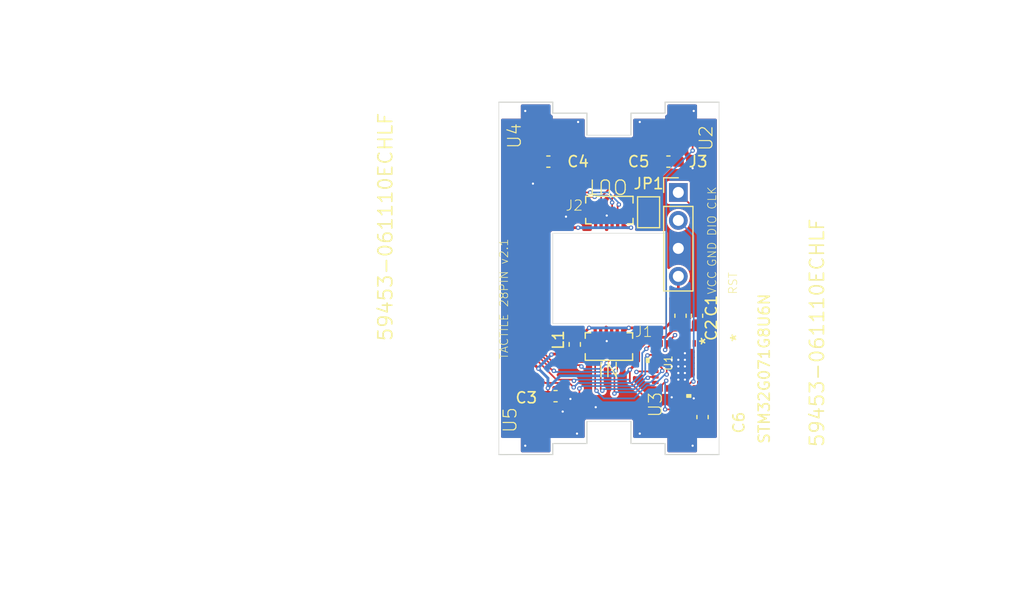
<source format=kicad_pcb>
(kicad_pcb (version 20211014) (generator pcbnew)
  (layers (0 "F.Cu" signal) (31 "B.Cu" signal) (34 "B.Paste" user) (35 "F.Paste" user) (36 "B.SilkS" user "B.Silkscreen") (37 "F.SilkS" user "F.Silkscreen") (38 "B.Mask" user) (39 "F.Mask" user) (44 "Edge.Cuts" user))
  (net 0 "")
  (net 1 "VCC")
  (net 2 "GND")
  (net 3 "/SPI_CS")
  (net 4 "/SPI_SCK")
  (net 5 "/SPI_MISO")
  (net 6 "/SPI_MOSI")
  (net 7 "/SWCLK")
  (net 8 "/SWDIO")
  (net 9 "/RST")
  (net 10 "/OUT1")
  (net 11 "/OUT2")
  (net 12 "/OUT3")
  (net 13 "/OUT4")
  (net 14 "/3V3")
  (net 18 "/PASS_TRU")
  (footprint "footprints:C_0603_1608Metric_Pad1.08x0.95mm_HandSolder" (layer "F.Cu") (at 143 94.4)
    (fp_text reference "C4" (at 2.7 0) (layer "F.SilkS"))
    (fp_text value "100nF")
    (fp_line (start -0.146267 0.51) (end 0.146267 0.51) (layer "F.SilkS") (width 0.12))
    (fp_line (start -0.146267 -0.51) (end 0.146267 -0.51) (layer "F.SilkS") (width 0.12))
    (pad "1" smd roundrect locked (at -0.8625 0) (size 1.075 0.95) (layers "F.Cu" "F.Paste" "F.Mask") (net 1 "VCC"))
    (pad "2" smd roundrect locked (at 0.8625 0) (size 1.075 0.95) (layers "F.Cu" "F.Paste" "F.Mask") (net 2 "GND"))
  )
  (footprint "TACTILE_28UFQFPN_SPI_v2.0:59453-061110ECHLF" (layer "F.Cu") (at 147.2895 100.05675 90)
    (fp_text reference "J2" (at 1.1258 -2.7895 180) (layer "F.SilkS") (effects (font (size 0.93472 0.93472) (thickness 0.08128)) (justify left bottom)))
    (fp_text value "59453-061110ECHLF" (at -0.2742 -19.0895 90) (layer "F.SilkS") (effects (font (size 1.27 1.27))))
    (fp_line (start 2.5 3.4) (end 2.5 -0.9) (layer "F.SilkS") (width 0.127))
    (fp_line (start 0 3.4) (end 0 2.9) (layer "F.SilkS") (width 0.127))
    (fp_line (start 0.5 3.4) (end 0 3.4) (layer "F.SilkS") (width 0.127))
    (fp_line (start 0 -0.9) (end 0 -0.4) (layer "F.SilkS") (width 0.127))
    (fp_line (start 0.5 -0.9) (end 0 -0.9) (layer "F.SilkS") (width 0.127))
    (fp_line (start 1.9 3.4) (end 2.5 3.4) (layer "F.SilkS") (width 0.127))
    (fp_line (start 2.5 -0.9) (end 1.9 -0.9) (layer "F.SilkS") (width 0.127))
    (pad "P$0" smd rect locked (at 1.2 -0.7 90) (size 1 0.52) (layers "F.Cu" "F.Paste" "F.Mask"))
    (pad "P$1" smd rect locked (at 0 0 90) (size 0.9 0.3) (layers "F.Cu" "F.Paste" "F.Mask") (net 3 "/SPI_CS"))
    (pad "P$2" smd rect locked (at 0 0.5 90) (size 0.9 0.3) (layers "F.Cu" "F.Paste" "F.Mask") (net 5 "/SPI_MISO"))
    (pad "P$3" smd rect locked (at 0 1 90) (size 0.9 0.3) (layers "F.Cu" "F.Paste" "F.Mask") (net 2 "GND"))
    (pad "P$4" smd rect locked (at 0 1.5 90) (size 0.9 0.3) (layers "F.Cu" "F.Paste" "F.Mask") (net 18 "/PASS_TRU"))
    (pad "P$5" smd rect locked (at 0 2 90) (size 0.9 0.3) (layers "F.Cu" "F.Paste" "F.Mask") (net 4 "/SPI_SCK"))
    (pad "P$6" smd rect locked (at 0 2.5 90) (size 0.9 0.3) (layers "F.Cu" "F.Paste" "F.Mask") (net 14 "/3V3"))
    (pad "P$8" smd rect locked (at 1.2 3.2 90) (size 1 0.52) (layers "F.Cu" "F.Paste" "F.Mask"))
  )
  (footprint "TACTILE_28UFQFPN_SPI_v2.0:59453-061110ECHLF" (layer "F.Cu") (at 149.75 109.94325 -90)
    (fp_text reference "J1" (at 0.45675 -1.05) (layer "F.SilkS") (effects (font (size 0.93472 0.93472) (thickness 0.08128)) (justify left bottom)))
    (fp_text value "59453-061110ECHLF" (at 0 -17.6467 -90) (layer "F.SilkS") (effects (font (size 1.27 1.27))))
    (fp_line (start 0 -0.9) (end 0 -0.4) (layer "F.SilkS") (width 0.127))
    (fp_line (start 0.5 3.4) (end 0 3.4) (layer "F.SilkS") (width 0.127))
    (fp_line (start 0 3.4) (end 0 2.9) (layer "F.SilkS") (width 0.127))
    (fp_line (start 1.9 3.4) (end 2.5 3.4) (layer "F.SilkS") (width 0.127))
    (fp_line (start 2.5 3.4) (end 2.5 -0.9) (layer "F.SilkS") (width 0.127))
    (fp_line (start 0.5 -0.9) (end 0 -0.9) (layer "F.SilkS") (width 0.127))
    (fp_line (start 2.5 -0.9) (end 1.9 -0.9) (layer "F.SilkS") (width 0.127))
    (pad "P$0" smd rect locked (at 1.2 -0.7 270) (size 1 0.52) (layers "F.Cu" "F.Paste" "F.Mask"))
    (pad "P$1" smd rect locked (at 0 0 270) (size 0.9 0.3) (layers "F.Cu" "F.Paste" "F.Mask") (net 14 "/3V3"))
    (pad "P$2" smd rect locked (at 0 0.5 270) (size 0.9 0.3) (layers "F.Cu" "F.Paste" "F.Mask") (net 4 "/SPI_SCK"))
    (pad "P$3" smd rect locked (at 0 1 270) (size 0.9 0.3) (layers "F.Cu" "F.Paste" "F.Mask") (net 18 "/PASS_TRU"))
    (pad "P$4" smd rect locked (at 0 1.5 270) (size 0.9 0.3) (layers "F.Cu" "F.Paste" "F.Mask") (net 2 "GND"))
    (pad "P$5" smd rect locked (at 0 2 270) (size 0.9 0.3) (layers "F.Cu" "F.Paste" "F.Mask") (net 6 "/SPI_MOSI"))
    (pad "P$6" smd rect locked (at 0 2.5 270) (size 0.9 0.3) (layers "F.Cu" "F.Paste" "F.Mask") (net 3 "/SPI_CS"))
    (pad "P$8" smd rect locked (at 1.2 3.2 270) (size 1 0.52) (layers "F.Cu" "F.Paste" "F.Mask"))
  )
  (footprint "footprints:C_0603_1608Metric_Pad1.08x0.95mm_HandSolder" (layer "F.Cu") (at 155 108.4 90)
    (fp_text reference "C1" (at 0.9 2.8 270) (layer "F.SilkS"))
    (fp_text value "100nF")
    (fp_line (start -0.146267 -0.51) (end 0.146267 -0.51) (layer "F.SilkS") (width 0.12))
    (fp_line (start -0.146267 0.51) (end 0.146267 0.51) (layer "F.SilkS") (width 0.12))
    (pad "1" smd roundrect locked (at -0.8625 0 90) (size 1.075 0.95) (layers "F.Cu" "F.Paste" "F.Mask") (net 1 "VCC"))
    (pad "2" smd roundrect locked (at 0.8625 0 90) (size 1.075 0.95) (layers "F.Cu" "F.Paste" "F.Mask") (net 2 "GND"))
  )
  (footprint "footprints:C_0603_1608Metric_Pad1.08x0.95mm_HandSolder" (layer "F.Cu") (at 143.6511 115.7)
    (fp_text reference "C3" (at -2.6511 0.1464) (layer "F.SilkS"))
    (fp_text value "100nF")
    (fp_line (start -0.146267 -0.51) (end 0.146267 -0.51) (layer "F.SilkS") (width 0.12))
    (fp_line (start -0.146267 0.51) (end 0.146267 0.51) (layer "F.SilkS") (width 0.12))
    (pad "1" smd roundrect locked (at -0.8625 0) (size 1.075 0.95) (layers "F.Cu" "F.Paste" "F.Mask") (net 1 "VCC"))
    (pad "2" smd roundrect locked (at 0.8625 0) (size 1.075 0.95) (layers "F.Cu" "F.Paste" "F.Mask") (net 2 "GND"))
  )
  (footprint "footprints:C_0603_1608Metric_Pad1.08x0.95mm_HandSolder" (layer "F.Cu") (at 153.9011 94.4 180)
    (fp_text reference "C5" (at 2.7011 0 180) (layer "F.SilkS"))
    (fp_text value "100nF")
    (fp_line (start -0.146267 -0.51) (end 0.146267 -0.51) (layer "F.SilkS") (width 0.12))
    (fp_line (start -0.146267 0.51) (end 0.146267 0.51) (layer "F.SilkS") (width 0.12))
    (pad "1" smd roundrect locked (at -0.8625 0 180) (size 1.075 0.95) (layers "F.Cu" "F.Paste" "F.Mask") (net 1 "VCC"))
    (pad "2" smd roundrect locked (at 0.8625 0 180) (size 1.075 0.95) (layers "F.Cu" "F.Paste" "F.Mask") (net 2 "GND"))
  )
  (footprint "Inductor_SMD:L_0603_1608Metric_Pad1.05x0.95mm_HandSolder" (layer "F.Cu") (at 145.4 111 90)
    (fp_text reference "L1" (at 0.4 -1.5 90) (layer "F.SilkS"))
    (fp_text value "33nH/±5%/500mA")
    (fp_line (start -0.171267 -0.51) (end 0.171267 -0.51) (layer "F.SilkS") (width 0.12))
    (fp_line (start -0.171267 0.51) (end 0.171267 0.51) (layer "F.SilkS") (width 0.12))
    (pad "1" smd roundrect locked (at -0.875 0 90) (size 1.05 0.95) (layers "F.Cu" "F.Paste" "F.Mask") (net 1 "VCC"))
    (pad "2" smd roundrect locked (at 0.875 0 90) (size 1.05 0.95) (layers "F.Cu" "F.Paste" "F.Mask") (net 14 "/3V3"))
  )
  (footprint "footprints:SolderJumper-2_P1.3mm_Open_Pad1.0x1.5mm" (layer "F.Cu") (at 152.1 99 -90)
    (fp_text reference "JP1" (at -2.6 0) (layer "F.SilkS"))
    (fp_text value "SolderJumper_2_Close")
    (fp_line (start 1.4 1) (end -1.4 1) (layer "F.SilkS") (width 0.12))
    (fp_line (start 1.4 -1) (end 1.4 1) (layer "F.SilkS") (width 0.12))
    (fp_line (start -1.4 -1) (end 1.4 -1) (layer "F.SilkS") (width 0.12))
    (fp_line (start -1.4 1) (end -1.4 -1) (layer "F.SilkS") (width 0.12))
    (pad "1" smd rect locked (at -0.65 0 270) (size 1 1.5) (layers "F.Cu" "F.Mask") (net 18 "/PASS_TRU"))
    (pad "2" smd rect locked (at 0.65 0 270) (size 1 1.5) (layers "F.Cu" "F.Mask") (net 5 "/SPI_MISO"))
  )
  (footprint "footprints:PinHeader_1x04_P2.54mm_Vertical" (layer "F.Cu") (at 154.8 97.2)
    (fp_text reference "J3" (at 1.8 -2.8) (layer "F.SilkS"))
    (fp_text value "n.m.")
    (fp_line (start -1.33 8.95) (end 1.33 8.95) (layer "F.SilkS") (width 0.12))
    (fp_line (start -1.33 0) (end -1.33 -1.33) (layer "F.SilkS") (width 0.12))
    (fp_line (start -1.33 -1.33) (end 0 -1.33) (layer "F.SilkS") (width 0.12))
    (fp_line (start -1.33 1.27) (end -1.33 8.95) (layer "F.SilkS") (width 0.12))
    (fp_line (start 1.33 1.27) (end 1.33 8.95) (layer "F.SilkS") (width 0.12))
    (fp_line (start -1.33 1.27) (end 1.33 1.27) (layer "F.SilkS") (width 0.12))
    (pad "1" thru_hole rect locked (at 0 0) (size 1.7 1.7) (drill 1) (layers *.Cu *.Mask) (net 7 "/SWCLK"))
    (pad "2" thru_hole oval locked (at 0 2.54) (size 1.7 1.7) (drill 1) (layers *.Cu *.Mask) (net 8 "/SWDIO"))
    (pad "3" thru_hole oval locked (at 0 5.08) (size 1.7 1.7) (drill 1) (layers *.Cu *.Mask) (net 2 "GND"))
    (pad "4" thru_hole oval locked (at 0 7.62) (size 1.7 1.7) (drill 1) (layers *.Cu *.Mask) (net 14 "/3V3"))
  )
  (footprint "TACTILE_28UFQFPN_SPI_v2.0:SOT23-BEC" (layer "F.Cu") (at 154.0011 91.6036 90)
    (fp_text reference "U2" (at -1.8964 3.9989 90) (layer "F.SilkS") (effects (font (size 1.1684 1.1684) (thickness 0.1016)) (justify left bottom)))
    (fp_text value "DRV5056A4")
    (pad "B" smd rect locked (at -0.95 1.1 90) (size 1 1.4) (layers "F.Cu" "F.Paste" "F.Mask") (net 1 "VCC"))
    (pad "C" smd rect locked (at 0 -1.1 90) (size 1 1.4) (layers "F.Cu" "F.Paste" "F.Mask") (net 2 "GND"))
    (pad "E" smd rect locked (at 0.95 1.1 90) (size 1 1.4) (layers "F.Cu" "F.Paste" "F.Mask") (net 10 "/OUT1"))
  )
  (footprint "footprints:C_0603_1608Metric_Pad1.08x0.95mm_HandSolder" (layer "F.Cu") (at 157 117.6 90)
    (fp_text reference "C6" (at -0.5 3.3 90) (layer "F.SilkS"))
    (fp_text value "100nF")
    (fp_line (start -0.146267 0.51) (end 0.146267 0.51) (layer "F.SilkS") (width 0.12))
    (fp_line (start -0.146267 -0.51) (end 0.146267 -0.51) (layer "F.SilkS") (width 0.12))
    (pad "1" smd roundrect locked (at -0.8625 0 90) (size 1.075 0.95) (layers "F.Cu" "F.Paste" "F.Mask") (net 1 "VCC"))
    (pad "2" smd roundrect locked (at 0.8625 0 90) (size 1.075 0.95) (layers "F.Cu" "F.Paste" "F.Mask") (net 2 "GND"))
  )
  (footprint "TACTILE_28UFQFPN_SPI_v2.0:SOT23-BEC" (layer "F.Cu") (at 143.0011 91.6036 -90)
    (fp_text reference "U4" (at 1.6964 2.4011 -90) (layer "F.SilkS") (effects (font (size 1.1684 1.1684) (thickness 0.1016)) (justify left bottom)))
    (fp_text value "DRV5056A4")
    (pad "B" smd rect locked (at -0.95 1.1 270) (size 1 1.4) (layers "F.Cu" "F.Paste" "F.Mask") (net 1 "VCC"))
    (pad "C" smd rect locked (at 0 -1.1 270) (size 1 1.4) (layers "F.Cu" "F.Paste" "F.Mask") (net 2 "GND"))
    (pad "E" smd rect locked (at 0.95 1.1 270) (size 1 1.4) (layers "F.Cu" "F.Paste" "F.Mask") (net 11 "/OUT2"))
  )
  (footprint "STM32G071G8U6N:STM32G071G8U6N" (layer "F.Cu") (at 154.7511 112.9536 -90)
    (fp_text reference "U1" (at -0.2536 0.8511 -90) (layer "F.SilkS") (effects (font (size 0.7 0.7) (thickness 0.1))))
    (fp_text value "STM32G071G8U6N" (at 0.2464 -7.8489 -90) (layer "F.SilkS"))
    (fp_text user "*" (at -2.2536 -2.5489 -90) (layer "F.SilkS"))
    (fp_text user "*" (at -2.5536 -5.3489 -90) (layer "F.SilkS"))
    (fp_poly (pts (xy 2.852674 -1.19126) (xy 2.852674 -0.81026) (xy 2.598674 -0.81026) (xy 2.598674 -1.19126)) (layer "F.SilkS") (width 0.1) (fill solid))
    (fp_poly (pts (xy -0.69088 2.598674) (xy -0.69088 2.852674) (xy -0.30988 2.852674) (xy -0.30988 2.598674)) (layer "F.SilkS") (width 0.1) (fill solid))
    (pad "1" smd rect locked (at -2.0447 -1.50114) (size 0.299974 0.599948) (layers "F.Cu" "F.Paste" "F.Mask"))
    (pad "2" smd rect locked (at -2.0447 -1.00076) (size 0.299974 0.599948) (layers "F.Cu" "F.Paste" "F.Mask"))
    (pad "3" smd rect locked (at -2.0447 -0.50038) (size 0.299974 0.599948) (layers "F.Cu" "F.Paste" "F.Mask") (net 1 "VCC"))
    (pad "4" smd rect locked (at -2.0447 0) (size 0.299974 0.599948) (layers "F.Cu" "F.Paste" "F.Mask") (net 2 "GND"))
    (pad "5" smd rect locked (at -2.0447 0.50038) (size 0.299974 0.599948) (layers "F.Cu" "F.Paste" "F.Mask") (net 9 "/RST"))
    (pad "6" smd rect locked (at -2.0447 1.00076) (size 0.299974 0.599948) (layers "F.Cu" "F.Paste" "F.Mask") (net 10 "/OUT1"))
    (pad "7" smd rect locked (at -2.0447 1.50114) (size 0.299974 0.599948) (layers "F.Cu" "F.Paste" "F.Mask") (net 11 "/OUT2"))
    (pad "8" smd rect locked (at -1.50114 2.0447 270) (size 0.299974 0.599948) (layers "F.Cu" "F.Paste" "F.Mask"))
    (pad "9" smd rect locked (at -1.00076 2.0447 270) (size 0.299974 0.599948) (layers "F.Cu" "F.Paste" "F.Mask") (net 12 "/OUT3"))
    (pad "10" smd rect locked (at -0.50038 2.0447 270) (size 0.299974 0.599948) (layers "F.Cu" "F.Paste" "F.Mask") (net 3 "/SPI_CS"))
    (pad "11" smd rect locked (at 0 2.0447 270) (size 0.299974 0.599948) (layers "F.Cu" "F.Paste" "F.Mask") (net 4 "/SPI_SCK"))
    (pad "12" smd rect locked (at 0.50038 2.0447 270) (size 0.299974 0.599948) (layers "F.Cu" "F.Paste" "F.Mask") (net 5 "/SPI_MISO"))
    (pad "13" smd rect locked (at 1.00076 2.0447 270) (size 0.299974 0.599948) (layers "F.Cu" "F.Paste" "F.Mask") (net 6 "/SPI_MOSI"))
    (pad "14" smd rect locked (at 1.50114 2.0447 270) (size 0.299974 0.599948) (layers "F.Cu" "F.Paste" "F.Mask"))
    (pad "15" smd rect locked (at 2.0447 1.50114) (size 0.299974 0.599948) (layers "F.Cu" "F.Paste" "F.Mask") (net 13 "/OUT4"))
    (pad "16" smd rect locked (at 2.0447 1.00076) (size 0.299974 0.599948) (layers "F.Cu" "F.Paste" "F.Mask"))
    (pad "17" smd rect locked (at 2.0447 0.50038) (size 0.299974 0.599948) (layers "F.Cu" "F.Paste" "F.Mask"))
    (pad "18" smd rect locked (at 2.0447 0) (size 0.299974 0.599948) (layers "F.Cu" "F.Paste" "F.Mask"))
    (pad "19" smd rect locked (at 2.0447 -0.50038) (size 0.299974 0.599948) (layers "F.Cu" "F.Paste" "F.Mask"))
    (pad "20" smd rect locked (at 2.0447 -1.00076) (size 0.299974 0.599948) (layers "F.Cu" "F.Paste" "F.Mask") (net 8 "/SWDIO"))
    (pad "21" smd rect locked (at 2.0447 -1.50114) (size 0.299974 0.599948) (layers "F.Cu" "F.Paste" "F.Mask") (net 7 "/SWCLK"))
    (pad "22" smd rect locked (at 1.50114 -2.0447 270) (size 0.299974 0.599948) (layers "F.Cu" "F.Paste" "F.Mask"))
    (pad "23" smd rect locked (at 1.00076 -2.0447 270) (size 0.299974 0.599948) (layers "F.Cu" "F.Paste" "F.Mask"))
    (pad "24" smd rect locked (at 0.50038 -2.0447 270) (size 0.299974 0.599948) (layers "F.Cu" "F.Paste" "F.Mask"))
    (pad "25" smd rect locked (at 0 -2.0447 270) (size 0.299974 0.599948) (layers "F.Cu" "F.Paste" "F.Mask"))
    (pad "26" smd rect locked (at -0.50038 -2.0447 270) (size 0.299974 0.599948) (layers "F.Cu" "F.Paste" "F.Mask"))
    (pad "27" smd rect locked (at -1.00076 -2.0447 270) (size 0.299974 0.599948) (layers "F.Cu" "F.Paste" "F.Mask"))
    (pad "28" smd rect locked (at -1.50114 -2.0447 270) (size 0.299974 0.599948) (layers "F.Cu" "F.Paste" "F.Mask"))
  )
  (footprint "footprints:C_0603_1608Metric_Pad1.08x0.95mm_HandSolder" (layer "F.Cu") (at 156.5 108.4 90)
    (fp_text reference "C2" (at -1.3 1.3 90) (layer "F.SilkS"))
    (fp_text value "1uF")
    (fp_line (start -0.146267 0.51) (end 0.146267 0.51) (layer "F.SilkS") (width 0.12))
    (fp_line (start -0.146267 -0.51) (end 0.146267 -0.51) (layer "F.SilkS") (width 0.12))
    (pad "1" smd roundrect locked (at -0.8625 0 90) (size 1.075 0.95) (layers "F.Cu" "F.Paste" "F.Mask") (net 1 "VCC"))
    (pad "2" smd roundrect locked (at 0.8625 0 90) (size 1.075 0.95) (layers "F.Cu" "F.Paste" "F.Mask") (net 2 "GND"))
  )
  (footprint "TACTILE_28UFQFPN_SPI_v2.0:SOT23-BEC" (layer "F.Cu") (at 143.0011 118.4036 -90)
    (fp_text reference "U5" (at 0.6964 2.8011 -90) (layer "F.SilkS") (effects (font (size 1.1684 1.1684) (thickness 0.1016)) (justify left bottom)))
    (fp_text value "DRV5056A4")
    (pad "B" smd rect locked (at -0.95 1.1 270) (size 1 1.4) (layers "F.Cu" "F.Paste" "F.Mask") (net 1 "VCC"))
    (pad "C" smd rect locked (at 0 -1.1 270) (size 1 1.4) (layers "F.Cu" "F.Paste" "F.Mask") (net 2 "GND"))
    (pad "E" smd rect locked (at 0.95 1.1 270) (size 1 1.4) (layers "F.Cu" "F.Paste" "F.Mask") (net 12 "/OUT3"))
  )
  (footprint "TACTILE_28UFQFPN_SPI_v2.0:SOT23-BEC" (layer "F.Cu") (at 154.0011 118.4036 90)
    (fp_text reference "U3" (at 0.7036 -0.6011 90) (layer "F.SilkS") (effects (font (size 1.1684 1.1684) (thickness 0.1016)) (justify left bottom)))
    (fp_text value "DRV5056A4")
    (pad "B" smd rect (at -0.95 1.1 90) (size 1 1.4) (layers "F.Cu" "F.Paste" "F.Mask") (net 1 "VCC"))
    (pad "C" smd rect (at 0 -1.1 90) (size 1 1.4) (layers "F.Cu" "F.Paste" "F.Mask") (net 2 "GND"))
    (pad "E" smd rect (at 0.95 1.1 90) (size 1 1.4) (layers "F.Cu" "F.Paste" "F.Mask") (net 13 "/OUT4"))
  )
  (gr_line (start 143.4 90) (end 143.4 89) (layer "Edge.Cuts") (width 0.1))
  (gr_line (start 158.5011 121.0036) (end 153.6 121) (layer "Edge.Cuts") (width 0.1))
  (gr_line (start 153.6011 109.1036) (end 153.6011 100.9036) (layer "Edge.Cuts") (width 0.05))
  (gr_line (start 146.5011 120) (end 143.4 120) (layer "Edge.Cuts") (width 0.1))
  (gr_line (start 146.5011 92.0036) (end 150.5011 92.0036) (layer "Edge.Cuts") (width 0.05))
  (gr_line (start 153.6 89) (end 158.5011 89.0036) (layer "Edge.Cuts") (width 0.1))
  (gr_line (start 146.5011 92.0036) (end 146.5011 90) (layer "Edge.Cuts") (width 0.1))
  (gr_line (start 153.6 90) (end 153.6 89) (layer "Edge.Cuts") (width 0.1))
  (gr_line (start 150.5011 92.0036) (end 150.5011 90) (layer "Edge.Cuts") (width 0.1))
  (gr_line (start 143.4011 100.9036) (end 143.4011 109.1036) (layer "Edge.Cuts") (width 0.05))
  (gr_line (start 143.4 121) (end 138.5011 121.0036) (layer "Edge.Cuts") (width 0.1))
  (gr_line (start 150.5 120) (end 153.6 120) (layer "Edge.Cuts") (width 0.1))
  (gr_line (start 143.4 120) (end 143.4 121) (layer "Edge.Cuts") (width 0.1))
  (gr_line (start 146.5011 90) (end 143.4 90) (layer "Edge.Cuts") (width 0.1))
  (gr_line (start 146.5011 120) (end 146.5011 118.0036) (layer "Edge.Cuts") (width 0.1))
  (gr_line (start 143.4 89) (end 138.5011 89.0036) (layer "Edge.Cuts") (width 0.1))
  (gr_line (start 143.4011 109.1036) (end 153.6011 109.1036) (layer "Edge.Cuts") (width 0.05))
  (gr_line (start 146.5011 118.0036) (end 150.5011 118.0036) (layer "Edge.Cuts") (width 0.05))
  (gr_line (start 153.6011 100.9036) (end 143.4011 100.9036) (layer "Edge.Cuts") (width 0.05))
  (gr_line (start 150.5 120) (end 150.5011 118.0036) (layer "Edge.Cuts") (width 0.1))
  (gr_line (start 158.5011 121.0036) (end 158.5011 89.0036) (layer "Edge.Cuts") (width 0.05))
  (gr_line (start 150.5011 90) (end 153.6 90) (layer "Edge.Cuts") (width 0.1))
  (gr_line (start 138.5011 89.0036) (end 138.5011 121.0036) (layer "Edge.Cuts") (width 0.05))
  (gr_line (start 153.6 120) (end 153.6 121) (layer "Edge.Cuts") (width 0.1))
  (gr_text "DIO" (at 158.3 101.2 90) (layer "F.SilkS") (effects (font (size 0.747776 0.747776) (thickness 0.065024)) (justify left bottom)))
  (gr_text "TACTILE 28PIN v2.1" (at 139.4 112.4 90) (layer "F.SilkS") (effects (font (size 0.747776 0.747776) (thickness 0.065024)) (justify left bottom)))
  (gr_text "VCC" (at 158.3 106.5 90) (layer "F.SilkS") (effects (font (size 0.747776 0.747776) (thickness 0.065024)) (justify left bottom)))
  (gr_text "GND" (at 158.3 104 90) (layer "F.SilkS") (effects (font (size 0.747776 0.747776) (thickness 0.065024)) (justify left bottom)))
  (gr_text "CLK" (at 158.3 98.8 90) (layer "F.SilkS") (effects (font (size 0.747776 0.747776) (thickness 0.065024)) (justify left bottom)))
  (gr_text "OUT" (at 150.3 95.9 180) (layer "F.SilkS") (effects (font (size 1.308608 1.308608) (thickness 0.113792)) (justify left bottom)))
  (gr_text "IN" (at 147.4 114.1) (layer "F.SilkS") (effects (font (size 1.308608 1.308608) (thickness 0.113792)) (justify left bottom)))
  (gr_text "RST" (at 160.2 106.5 90) (layer "F.SilkS") (effects (font (size 0.747776 0.747776) (thickness 0.065024)) (justify left bottom)))
  (segment (start 153.803811 117.700889) (end 155.1011 118.998178) (width 0.1524) (layer "F.Cu") (net 1))
  (segment (start 155.1011 119.3536) (end 156.1089 119.3536) (width 0.1524) (layer "F.Cu") (net 1))
  (segment (start 153.644585 110.355415) (end 152.303223 110.355415) (width 0.254) (layer "F.Cu") (net 1))
  (segment (start 143.325 111.875) (end 145.1 111.875) (width 0.254) (layer "F.Cu") (net 1))
  (segment (start 142.1 113.2) (end 141.170281 112.270281) (width 0.254) (layer "F.Cu") (net 1))
  (segment (start 155.1011 118.998178) (end 155.1011 119.3536) (width 0.1524) (layer "F.Cu") (net 1))
  (segment (start 142.2511 94.2) (end 142.9011 93.55) (width 0.1524) (layer "F.Cu") (net 1))
  (segment (start 142.2511 117.4536) (end 141.9011 117.4536) (width 0.254) (layer "F.Cu") (net 1))
  (segment (start 142.9011 93.55) (end 142.9011 91.6536) (width 0.1524) (layer "F.Cu") (net 1))
  (segment (start 151.2 112.5) (end 150.4 113.3) (width 0.254) (layer "F.Cu") (net 1))
  (segment (start 142.960581 115.713082) (end 142.9607 114.9648) (width 0.1524) (layer "F.Cu") (net 1))
  (segment (start 156.1089 119.3536) (end 157 118.4625) (width 0.1524) (layer "F.Cu") (net 1))
  (segment (start 153.681689 117.700889) (end 153.803811 117.700889) (width 0.1524) (layer "F.Cu") (net 1))
  (segment (start 143.0011 115.7536) (end 142.960581 115.713082) (width 0.1524) (layer "F.Cu") (net 1))
  (segment (start 143.863426 96.37028) (end 152.30192 96.37028) (width 0.254) (layer "F.Cu") (net 1))
  (segment (start 143.0011 115.7536) (end 143.0011 116.7036) (width 0.254) (layer "F.Cu") (net 1))
  (segment (start 152.303223 110.355415) (end 151.2 111.458638) (width 0.254) (layer "F.Cu") (net 1))
  (segment (start 155.5 109.7) (end 155.25148 109.94852) (width 0.25) (layer "F.Cu") (net 1))
  (segment (start 152.30192 96.37028) (end 154.4686 94.2036) (width 0.254) (layer "F.Cu") (net 1))
  (segment (start 142.2511 94.2) (end 142.2511 94.757954) (width 0.254) (layer "F.Cu") (net 1))
  (segment (start 156.495 109.2625) (end 156.0575 109.7) (width 0.25) (layer "F.Cu") (net 1))
  (segment (start 141.170281 99.063425) (end 143.863426 96.37028) (width 0.254) (layer "F.Cu") (net 1))
  (segment (start 141.170281 112.270281) (end 141.170281 99.063425) (width 0.254) (layer "F.Cu") (net 1))
  (segment (start 142.2511 94.757954) (end 143.863426 96.37028) (width 0.254) (layer "F.Cu") (net 1))
  (segment (start 143.863426 96.37028) (end 143.9 96.37028) (width 0.254) (layer "F.Cu") (net 1))
  (segment (start 156.0575 109.7) (end 155.5 109.7) (width 0.25) (layer "F.Cu") (net 1))
  (segment (start 142.9011 91.6536) (end 141.9011 90.6536) (width 0.1524) (layer "F.Cu") (net 1))
  (segment (start 154.3 94.4547) (end 155.1011 93.6536) (width 0.1524) (layer "F.Cu") (net 1))
  (segment (start 150.4 113.3) (end 150.4 114.4192) (width 0.1524) (layer "F.Cu") (net 1))
  (segment (start 151.2 111.458638) (end 151.2 112.5) (width 0.254) (layer "F.Cu") (net 1))
  (segment (start 143.27666 111.92334) (end 143.325 111.875) (width 0.254) (layer "F.Cu") (net 1))
  (segment (start 150.4 114.4192) (end 153.681689 117.700889) (width 0.1524) (layer "F.Cu") (net 1))
  (segment (start 154.3 109.7) (end 153.644585 110.355415) (width 0.254) (layer "F.Cu") (net 1))
  (segment (start 155.5 109.7) (end 154.3 109.7) (width 0.254) (layer "F.Cu") (net 1))
  (segment (start 155.1011 93.6536) (end 155.1011 92.5536) (width 0.1524) (layer "F.Cu") (net 1))
  (segment (start 143.0011 116.7036) (end 142.2511 117.4536) (width 0.254) (layer "F.Cu") (net 1))
  (segment (start 155.25148 109.94852) (end 155.25148 110.9089) (width 0.25) (layer "F.Cu") (net 1))
  (segment (start 150.4 113.3) (end 150.389263 113.310737) (width 0.254) (layer "F.Cu") (net 1))
  (via (at 142.9607 114.9648) (size 0.4032) (drill 0.2) (layers "F.Cu" "B.Cu") (net 1))
  (via (at 150.4 113.3) (size 0.4) (drill 0.2) (layers "F.Cu" "B.Cu") (net 1))
  (via (at 143.27666 111.92334) (size 0.4) (drill 0.2) (layers "F.Cu" "B.Cu") (net 1))
  (via (at 142.1 113.2) (size 0.4) (drill 0.2) (layers "F.Cu" "B.Cu") (net 1))
  (segment (start 142.1 113.2) (end 142.9607 114.0607) (width 0.254) (layer "B.Cu") (net 1))
  (segment (start 143.27666 111.92334) (end 142.1 113.1) (width 0.254) (layer "B.Cu") (net 1))
  (segment (start 149.845164 113.854836) (end 144.070664 113.854836) (width 0.254) (layer "B.Cu") (net 1))
  (segment (start 142.9607 114.0607) (end 142.9607 114.9648) (width 0.254) (layer "B.Cu") (net 1))
  (segment (start 144.070664 113.854836) (end 142.9607 114.9648) (width 0.254) (layer "B.Cu") (net 1))
  (segment (start 142.1 113.1) (end 142.1 113.2) (width 0.254) (layer "B.Cu") (net 1))
  (segment (start 150.4 113.3) (end 149.845164 113.854836) (width 0.254) (layer "B.Cu") (net 1))
  (segment (start 156.1 103.58) (end 154.8 102.28) (width 0.254) (layer "F.Cu") (net 2))
  (segment (start 156.3 107.625) (end 156.1 107.425) (width 0.254) (layer "F.Cu") (net 2))
  (segment (start 156.3 107.8) (end 156.3 107.625) (width 0.254) (layer "F.Cu") (net 2))
  (segment (start 144.3011 115.7536) (end 144.3011 118.2036) (width 0.254) (layer "F.Cu") (net 2))
  (segment (start 144.3011 115.7536) (end 144.5011 115.9536) (width 0.254) (layer "F.Cu") (net 2))
  (segment (start 156.8 107.3) (end 156.3 107.8) (width 0.1524) (layer "F.Cu") (net 2))
  (segment (start 144.3011 118.2036) (end 144.1011 118.4036) (width 0.254) (layer "F.Cu") (net 2))
  (segment (start 156.1 107.425) (end 156.1 103.58) (width 0.254) (layer "F.Cu") (net 2))
  (segment (start 144.5011 115.9536) (end 145.0011 115.9536) (width 0.254) (layer "F.Cu") (net 2))
  (via (at 156.2 89.8) (size 0.4) (drill 0.2) (layers "F.Cu" "B.Cu") (net 2))
  (via (at 154.8 112.4) (size 0.4) (drill 0.2) (layers "F.Cu" "B.Cu") (net 2))
  (via (at 140.9 120.2) (size 0.4032) (drill 0.2) (layers "F.Cu" "B.Cu") (net 2))
  (via (at 155.4 114.2) (size 0.4) (drill 0.2) (layers "F.Cu" "B.Cu") (net 2))
  (via (at 144.3 117.1) (size 0.4032) (drill 0.2) (layers "F.Cu" "B.Cu") (net 2))
  (via (at 145.7 90.8) (size 0.4) (drill 0.2) (layers "F.Cu" "B.Cu") (net 2))
  (via (at 154.8 114.2) (size 0.4) (drill 0.2) (layers "F.Cu" "B.Cu") (net 2))
  (via (at 156.1 95) (size 0.4) (drill 0.2) (layers "F.Cu" "B.Cu") (net 2))
  (via (at 151.3 90.8) (size 0.4) (drill 0.2) (layers "F.Cu" "B.Cu") (net 2))
  (via (at 154.2 115.8) (size 0.4032) (drill 0.2) (layers "F.Cu" "B.Cu") (net 2))
  (via (at 155.4 113.6) (size 0.4) (drill 0.2) (layers "F.Cu" "B.Cu") (net 2))
  (via (at 155.4 112.4) (size 0.4) (drill 0.2) (layers "F.Cu" "B.Cu") (net 2))
  (via (at 148.3 110.7) (size 0.4) (drill 0.2) (layers "F.Cu" "B.Cu") (net 2))
  (via (at 155.4 111.8) (size 0.4) (drill 0.2) (layers "F.Cu" "B.Cu") (net 2))
  (via (at 154.2 112.4) (size 0.4) (drill 0.2) (layers "F.Cu" "B.Cu") (net 2))
  (via (at 154.8 113.6) (size 0.4) (drill 0.2) (layers "F.Cu" "B.Cu") (net 2))
  (via (at 154.8 113) (size 0.4) (drill 0.2) (layers "F.Cu" "B.Cu") (net 2))
  (via (at 140.9 89.8) (size 0.4) (drill 0.2) (layers "F.Cu" "B.Cu") (net 2))
  (via (at 145.0011 115.9536) (size 0.4032) (drill 0.2) (layers "F.Cu" "B.Cu") (net 2))
  (via (at 145.6 119.1) (size 0.4032) (drill 0.2) (layers "F.Cu" "B.Cu") (net 2))
  (via (at 156.1 120.2) (size 0.4032) (drill 0.2) (layers "F.Cu" "B.Cu") (net 2))
  (via (at 156.2 115.9) (size 0.4032) (drill 0.2) (layers "F.Cu" "B.Cu") (net 2))
  (via (at 147.3 116.7) (size 0.4032) (drill 0.2) (layers "F.Cu" "B.Cu") (net 2))
  (via (at 141.6 96.4) (size 0.4032) (drill 0.2) (layers "F.Cu" "B.Cu") (net 2))
  (via (at 144.6 99.4) (size 0.4032) (drill 0.2) (layers "F.Cu" "B.Cu") (net 2))
  (via (at 154.2 113) (size 0.4) (drill 0.2) (layers "F.Cu" "B.Cu") (net 2))
  (via (at 148.3 99.3) (size 0.4) (drill 0.2) (layers "F.Cu" "B.Cu") (net 2))
  (via (at 155.4 113) (size 0.4) (drill 0.2) (layers "F.Cu" "B.Cu") (net 2))
  (via (at 151.3 119.1) (size 0.4032) (drill 0.2) (layers "F.Cu" "B.Cu") (net 2))
  (segment (start 142.37626 99.57151) (end 142.37626 111.592446) (width 0.1524) (layer "F.Cu") (net 3))
  (segment (start 142.37626 111.592446) (end 143.386534 112.60272) (width 0.1524) (layer "F.Cu") (net 3))
  (segment (start 147.2895 100.05675) (end 147.2895 98.3895) (width 0.1524) (layer "F.Cu") (net 3))
  (segment (start 143.386534 112.60272) (end 146.49728 112.60272) (width 0.1524) (layer "F.Cu") (net 3))
  (segment (start 147.25 115.084712) (end 147.25 112.60272) (width 0.15) (layer "F.Cu") (net 3))
  (segment (start 146.49728 112.60272) (end 147.25 112.60272) (width 0.1524) (layer "F.Cu") (net 3))
  (segment (start 153.742693 113.73504) (end 153.742693 113.042693) (width 0.15) (layer "F.Cu") (net 3))
  (segment (start 146.9 98) (end 143.94777 98) (width 0.1524) (layer "F.Cu") (net 3))
  (segment (start 153.742693 113.042693) (end 153.15322 112.45322) (width 0.15) (layer "F.Cu") (net 3))
  (segment (start 147.2895 98.3895) (end 146.9 98) (width 0.1524) (layer "F.Cu") (net 3))
  (segment (start 143.94777 98) (end 142.37626 99.57151) (width 0.1524) (layer "F.Cu") (net 3))
  (segment (start 147.373563 115.208275) (end 147.25 115.084712) (width 0.15) (layer "F.Cu") (net 3))
  (segment (start 147.25 112.60272) (end 147.25 109.94325) (width 0.1524) (layer "F.Cu") (net 3))
  (segment (start 153.15322 112.45322) (end 152.7064 112.45322) (width 0.15) (layer "F.Cu") (net 3))
  (via (at 153.742693 113.73504) (size 0.4) (drill 0.2) (layers "F.Cu" "B.Cu") (net 3))
  (via (at 147.373563 115.208275) (size 0.4) (drill 0.2) (layers "F.Cu" "B.Cu") (net 3))
  (segment (start 147.373563 115.208275) (end 147.373563 115.241386) (width 0.15) (layer "B.Cu") (net 3))
  (segment (start 147.373563 115.241386) (end 148.032177 115.9) (width 0.15) (layer "B.Cu") (net 3))
  (segment (start 148.032177 115.9) (end 150.778268 115.9) (width 0.15) (layer "B.Cu") (net 3))
  (segment (start 150.778268 115.9) (end 151.95724 114.721028) (width 0.15) (layer "B.Cu") (net 3))
  (segment (start 153.569522 113.73504) (end 153.742693 113.73504) (width 0.15) (layer "B.Cu") (net 3))
  (segment (start 152.583534 114.721028) (end 153.569522 113.73504) (width 0.15) (layer "B.Cu") (net 3))
  (segment (start 151.95724 114.721028) (end 152.583534 114.721028) (width 0.15) (layer "B.Cu") (net 3))
  (segment (start 149.2895 100.05675) (end 149.2895 98.4105) (width 0.15) (layer "F.Cu") (net 4))
  (segment (start 149.25 113.25) (end 149.25 109.94325) (width 0.15) (layer "F.Cu") (net 4))
  (segment (start 141.82202 99.27798) (end 141.82202 111.82202) (width 0.15) (layer "F.Cu") (net 4))
  (segment (start 153.107403 112.9536) (end 152.7064 112.9536) (width 0.1524) (layer "F.Cu") (net 4))
  (segment (start 149 113.5) (end 149 115.45814) (width 0.1524) (layer "F.Cu") (net 4))
  (segment (start 153.334476 113.180673) (end 153.107403 112.9536) (width 0.1524) (layer "F.Cu") (net 4))
  (segment (start 141.82202 111.82202) (end 143.3 113.3) (width 0.15) (layer "F.Cu") (net 4))
  (segment (start 149.2895 98.4105) (end 149.4 98.3) (width 0.15) (layer "F.Cu") (net 4))
  (segment (start 149.1 113.4) (end 149.25 113.25) (width 0.15) (layer "F.Cu") (net 4))
  (segment (start 143.3 113.3) (end 143.5 113.3) (width 0.15) (layer "F.Cu") (net 4))
  (segment (start 153.334476 113.4) (end 153.334476 113.180673) (width 0.1524) (layer "F.Cu") (net 4))
  (segment (start 143.5 113.3) (end 143.5 113.4) (width 0.15) (layer "F.Cu") (net 4))
  (segment (start 146.8 97.2) (end 143.9 97.2) (width 0.15) (layer "F.Cu") (net 4))
  (segment (start 143.9 97.2) (end 141.82202 99.27798) (width 0.15) (layer "F.Cu") (net 4))
  (segment (start 149.1 113.4) (end 149 113.5) (width 0.1524) (layer "F.Cu") (net 4))
  (via (at 149.1 113.4) (size 0.4) (drill 0.2) (layers "F.Cu" "B.Cu") (net 4))
  (via (at 143.5 113.4) (size 0.4) (drill 0.2) (layers "F.Cu" "B.Cu") (net 4))
  (via (at 146.8 97.2) (size 0.4) (drill 0.2) (layers "F.Cu" "B.Cu") (net 4))
  (via (at 149 115.45814) (size 0.4) (drill 0.2) (layers "F.Cu" "B.Cu") (net 4))
  (via (at 149.4 98.3) (size 0.4) (drill 0.2) (layers "F.Cu" "B.Cu") (net 4))
  (via (at 153.334476 113.4) (size 0.4032) (drill 0.2) (layers "F.Cu" "B.Cu") (net 4))
  (segment (start 149.1 113.4) (end 149 113.5) (width 0.1524) (layer "B.Cu") (net 4))
  (segment (start 148.2 113.5) (end 143.6 113.5) (width 0.15) (layer "B.Cu") (net 4))
  (segment (start 149.12378 115.33436) (end 150.951152 115.33436) (width 0.1524) (layer "B.Cu") (net 4))
  (segment (start 151.842204 114.443308) (end 152.291168 114.443308) (width 0.1524) (layer "B.Cu") (net 4))
  (segment (start 149 113.5) (end 148.2 113.5) (width 0.1524) (layer "B.Cu") (net 4))
  (segment (start 149.4 98.3) (end 149.4 98.153177) (width 0.15) (layer "B.Cu") (net 4))
  (segment (start 148.446823 97.2) (end 146.8 97.2) (width 0.15) (layer "B.Cu") (net 4))
  (segment (start 149 115.45814) (end 149.12378 115.33436) (width 0.1524) (layer "B.Cu") (net 4))
  (segment (start 143.6 113.5) (end 143.5 113.4) (width 0.15) (layer "B.Cu") (net 4))
  (segment (start 149.4 98.153177) (end 148.446823 97.2) (width 0.15) (layer "B.Cu") (net 4))
  (segment (start 148.5 113.5) (end 148.2 113.5) (width 0.15) (layer "B.Cu") (net 4))
  (segment (start 152.291168 114.443308) (end 153.334476 113.4) (width 0.1524) (layer "B.Cu") (net 4))
  (segment (start 150.951152 115.33436) (end 151.842204 114.443308) (width 0.1524) (layer "B.Cu") (net 4))
  (segment (start 141.5 99.2) (end 141.5 111.96952) (width 0.1524) (layer "F.Cu") (net 5))
  (segment (start 151 113.5) (end 151.04602 113.45398) (width 0.1524) (layer "F.Cu") (net 5))
  (segment (start 148.7 96.7) (end 144 96.7) (width 0.1524) (layer "F.Cu") (net 5))
  (segment (start 147.7895 97.6105) (end 147.7895 100.05675) (width 0.15) (layer "F.Cu") (net 5))
  (segment (start 141.5 111.96952) (end 143.73048 114.2) (width 0.1524) (layer "F.Cu") (net 5))
  (segment (start 144 96.7) (end 141.5 99.2) (width 0.1524) (layer "F.Cu") (net 5))
  (segment (start 153.051511 97.751511) (end 153.051511 98.948489) (width 0.15) (layer "F.Cu") (net 5))
  (segment (start 143.73048 114.2) (end 145.213825 114.2) (width 0.1524) (layer "F.Cu") (net 5))
  (segment (start 152 96.7) (end 153.051511 97.751511) (width 0.15) (layer "F.Cu") (net 5))
  (segment (start 148.7 96.7) (end 147.7895 97.6105) (width 0.15) (layer "F.Cu") (net 5))
  (segment (start 152.35 99.65) (end 152.1 99.65) (width 0.15) (layer "F.Cu") (net 5))
  (segment (start 148.7 96.7) (end 152 96.7) (width 0.15) (layer "F.Cu") (net 5))
  (segment (start 153.051511 98.948489) (end 152.35 99.65) (width 0.15) (layer "F.Cu") (net 5))
  (segment (start 151.04602 113.45398) (end 152.7064 113.45398) (width 0.1524) (layer "F.Cu") (net 5))
  (segment (start 145.213825 114.2) (end 145.322172 114.308347) (width 0.1524) (layer "F.Cu") (net 5))
  (via (at 151 113.5) (size 0.4) (drill 0.2) (layers "F.Cu" "B.Cu") (net 5))
  (via (at 145.322172 114.308347) (size 0.4) (drill 0.2) (layers "F.Cu" "B.Cu") (net 5))
  (segment (start 145.430519 114.2) (end 145.322172 114.308347) (width 0.1524) (layer "B.Cu") (net 5))
  (segment (start 150.3 114.2) (end 145.430519 114.2) (width 0.1524) (layer "B.Cu") (net 5))
  (segment (start 152.028908 114.040597) (end 152.115145 113.95436) (width 0.15) (layer "F.Cu") (net 6))
  (segment (start 147.75 115.05) (end 147.75 109.94325) (width 0.15) (layer "F.Cu") (net 6))
  (segment (start 147.9 115.2) (end 147.75 115.05) (width 0.15) (layer "F.Cu") (net 6))
  (segment (start 152.115145 113.95436) (end 152.7064 113.95436) (width 0.15) (layer "F.Cu") (net 6))
  (via (at 147.9 115.2) (size 0.4) (drill 0.2) (layers "F.Cu" "B.Cu") (net 6))
  (via (at 152.028908 114.040597) (size 0.4) (drill 0.2) (layers "F.Cu" "B.Cu") (net 6))
  (segment (start 151.852159 114.040597) (end 152.028908 114.040597) (width 0.15) (layer "B.Cu") (net 6))
  (segment (start 150.836115 115.05664) (end 151.852159 114.040597) (width 0.15) (layer "B.Cu") (net 6))
  (segment (start 148.04336 115.05664) (end 150.836115 115.05664) (width 0.15) (layer "B.Cu") (net 6))
  (segment (start 147.9 115.2) (end 148.04336 115.05664) (width 0.15) (layer "B.Cu") (net 6))
  (segment (start 154.8 97.2) (end 157.5 99.9) (width 0.1524) (layer "F.Cu") (net 7))
  (segment (start 157.5 114.7) (end 157.2017 114.9983) (width 0.1524) (layer "F.Cu") (net 7))
  (segment (start 157.5 99.9) (end 157.5 114.7) (width 0.1524) (layer "F.Cu") (net 7))
  (segment (start 157.2017 114.9983) (end 156.25224 114.9983) (width 0.1524) (layer "F.Cu") (net 7))
  (segment (start 156.023333 114.371824) (end 155.75186 114.643297) (width 0.1524) (layer "F.Cu") (net 8))
  (segment (start 155.75186 114.643297) (end 155.75186 114.9983) (width 0.1524) (layer "F.Cu") (net 8))
  (segment (start 156.169324 114.371824) (end 156.023333 114.371824) (width 0.1524) (layer "F.Cu") (net 8))
  (via (at 156.169324 114.371824) (size 0.4) (drill 0.2) (layers "F.Cu" "B.Cu") (net 8))
  (segment (start 154.8 99.74) (end 156.2 101.14) (width 0.1524) (layer "B.Cu") (net 8))
  (segment (start 156.2 101.14) (end 156.2 114.341148) (width 0.1524) (layer "B.Cu") (net 8))
  (segment (start 156.2 114.341148) (end 156.169324 114.371824) (width 0.1524) (layer "B.Cu") (net 8))
  (segment (start 154.5 110.1535) (end 154.25072 110.40278) (width 0.1524) (layer "F.Cu") (net 9))
  (segment (start 154.25072 110.40278) (end 154.25072 110.9089) (width 0.1524) (layer "F.Cu") (net 9))
  (via (at 154.5 110.1535) (size 0.4) (drill 0.2) (layers "F.Cu" "B.Cu") (net 9))
  (segment (start 153.75034 111.34966) (end 153.75034 110.9089) (width 0.1524) (layer "F.Cu") (net 10))
  (segment (start 156.1 93.4) (end 156.1 91.6525) (width 0.1524) (layer "F.Cu") (net 10))
  (segment (start 153.6 111.5) (end 153.75034 111.34966) (width 0.1524) (layer "F.Cu") (net 10))
  (segment (start 156.1 91.6525) (end 155.1011 90.6536) (width 0.1524) (layer "F.Cu") (net 10))
  (via (at 153.6 111.5) (size 0.4) (drill 0.2) (layers "F.Cu" "B.Cu") (net 10))
  (via (at 156.1 93.4) (size 0.4) (drill 0.2) (layers "F.Cu" "B.Cu") (net 10))
  (segment (start 153.7 100.805422) (end 153.702711 100.802711) (width 0.1524) (layer "B.Cu") (net 10))
  (segment (start 153.6 111.5) (end 153.6 110.37302) (width 0.1524) (layer "B.Cu") (net 10))
  (segment (start 153.7 110.27302) (end 153.7 100.805422) (width 0.1524) (layer "B.Cu") (net 10))
  (segment (start 153.702711 95.797289) (end 156.1 93.4) (width 0.1524) (layer "B.Cu") (net 10))
  (segment (start 153.702711 100.802711) (end 153.702711 95.797289) (width 0.1524) (layer "B.Cu") (net 10))
  (segment (start 153.6 110.37302) (end 153.7 110.27302) (width 0.1524) (layer "B.Cu") (net 10))
  (segment (start 140.840561 112.640561) (end 140.840561 93.614139) (width 0.1524) (layer "F.Cu") (net 11))
  (segment (start 144.9 114.5) (end 142.7 114.5) (width 0.1524) (layer "F.Cu") (net 11))
  (segment (start 140.840561 93.614139) (end 141.9011 92.5536) (width 0.1524) (layer "F.Cu") (net 11))
  (segment (start 142.7 114.5) (end 140.840561 112.640561) (width 0.1524) (layer "F.Cu") (net 11))
  (segment (start 145.3 114.9) (end 144.9 114.5) (width 0.1524) (layer "F.Cu") (net 11))
  (segment (start 152.3911 110.9089) (end 153.24996 110.9089) (width 0.1524) (layer "F.Cu") (net 11))
  (segment (start 151.9 111.4) (end 152.3911 110.9089) (width 0.1524) (layer "F.Cu") (net 11))
  (via (at 151.9 111.4) (size 0.4) (drill 0.2) (layers "F.Cu" "B.Cu") (net 11))
  (via (at 145.3 114.9) (size 0.4032) (drill 0.2) (layers "F.Cu" "B.Cu") (net 11))
  (segment (start 145.3 114.9) (end 145.488942 114.711058) (width 0.1524) (layer "B.Cu") (net 11))
  (segment (start 150.6 114.5) (end 151.52108 113.57892) (width 0.1524) (layer "B.Cu") (net 11))
  (segment (start 145.700039 114.5) (end 150.6 114.5) (width 0.1524) (layer "B.Cu") (net 11))
  (segment (start 145.488942 114.711058) (end 145.488981 114.711058) (width 0.1524) (layer "B.Cu") (net 11))
  (segment (start 145.488981 114.711058) (end 145.700039 114.5) (width 0.1524) (layer "B.Cu") (net 11))
  (segment (start 151.52108 111.77892) (end 151.9 111.4) (width 0.1524) (layer "B.Cu") (net 11))
  (segment (start 151.52108 113.57892) (end 151.52108 111.77892) (width 0.1524) (layer "B.Cu") (net 11))
  (segment (start 145.1 116.45901) (end 145.1 119.1047) (width 0.1524) (layer "F.Cu") (net 12))
  (segment (start 152 112) (end 152.04716 111.95284) (width 0.15) (layer "F.Cu") (net 12))
  (segment (start 145.819416 115.739594) (end 145.1 116.45901) (width 0.1524) (layer "F.Cu") (net 12))
  (segment (start 145.1 119.1047) (end 144.8511 119.3536) (width 0.1524) (layer "F.Cu") (net 12))
  (segment (start 152.04716 111.95284) (end 152.7064 111.95284) (width 0.15) (layer "F.Cu") (net 12))
  (segment (start 144.8511 119.3536) (end 141.9011 119.3536) (width 0.1524) (layer "F.Cu") (net 12))
  (segment (start 145.819416 115.003883) (end 145.819416 115.739594) (width 0.1524) (layer "F.Cu") (net 12))
  (via (at 145.819416 115.003883) (size 0.4032) (drill 0.2) (layers "F.Cu" "B.Cu") (net 12))
  (via (at 152 112) (size 0.4) (drill 0.2) (layers "F.Cu" "B.Cu") (net 12))
  (segment (start 150.72108 114.77892) (end 151.8 113.7) (width 0.1524) (layer "B.Cu") (net 12))
  (segment (start 146.044379 114.77892) (end 150.72108 114.77892) (width 0.1524) (layer "B.Cu") (net 12))
  (segment (start 145.819416 115.003883) (end 146.044379 114.77892) (width 0.1524) (layer "B.Cu") (net 12))
  (segment (start 151.8 112.2) (end 152 112) (width 0.1524) (layer "B.Cu") (net 12))
  (segment (start 151.8 113.7) (end 151.8 112.2) (width 0.1524) (layer "B.Cu") (net 12))
  (segment (start 153.7 114.3) (end 153.24996 114.75004) (width 0.15) (layer "F.Cu") (net 13))
  (segment (start 153.6 116.9) (end 154.5475 116.9) (width 0.1524) (layer "F.Cu") (net 13))
  (segment (start 153.24996 114.75004) (end 153.24996 114.9983) (width 0.15) (layer "F.Cu") (net 13))
  (segment (start 154.5475 116.9) (end 155.1011 117.4536) (width 0.1524) (layer "F.Cu") (net 13))
  (via (at 153.6 116.9) (size 0.4) (drill 0.2) (layers "F.Cu" "B.Cu") (net 13))
  (via (at 153.7 114.3) (size 0.4) (drill 0.2) (layers "F.Cu" "B.Cu") (net 13))
  (segment (start 153.7 114.3) (end 153.6 114.4) (width 0.15) (layer "B.Cu") (net 13))
  (segment (start 153.6 114.4) (end 153.6 116.9) (width 0.15) (layer "B.Cu") (net 13))
  (segment (start 154.1 109) (end 154.1 106.8) (width 0.25) (layer "F.Cu") (net 14))
  (segment (start 154.1 106.8) (end 154.8 106.1) (width 0.25) (layer "F.Cu") (net 14))
  (segment (start 150.3 109.5) (end 153.6 109.5) (width 0.25) (layer "F.Cu") (net 14))
  (segment (start 150.13275 100.4) (end 149.7895 100.05675) (width 0.25) (layer "F.Cu") (net 14))
  (segment (start 146.7 109.5) (end 146.075 110.125) (width 0.25) (layer "F.Cu") (net 14))
  (segment (start 142.77698 101.086968) (end 142.77698 109.17698) (width 0.25) (layer "F.Cu") (net 14))
  (segment (start 153.6 109.5) (end 154.1 109) (width 0.25) (layer "F.Cu") (net 14))
  (segment (start 146.075 110.125) (end 145.1 110.125) (width 0.25) (layer "F.Cu") (net 14))
  (segment (start 150.19325 109.5) (end 149.75 109.94325) (width 0.25) (layer "F.Cu") (net 14))
  (segment (start 154.8 106.1) (end 154.8 104.82) (width 0.25) (layer "F.Cu") (net 14))
  (segment (start 145.7 100.4) (end 143.463948 100.4) (width 0.25) (layer "F.Cu") (net 14))
  (segment (start 143.725 110.125) (end 145.1 110.125) (width 0.25) (layer "F.Cu") (net 14))
  (segment (start 150.5 100.4) (end 150.13275 100.4) (width 0.25) (layer "F.Cu") (net 14))
  (segment (start 150.3 109.5) (end 150.19325 109.5) (width 0.25) (layer "F.Cu") (net 14))
  (segment (start 142.77698 109.17698) (end 143.725 110.125) (width 0.25) (layer "F.Cu") (net 14))
  (segment (start 143.463948 100.4) (end 142.77698 101.086968) (width 0.25) (layer "F.Cu") (net 14))
  (via (at 150.5 100.4) (size 0.4) (drill 0.2) (layers "F.Cu" "B.Cu") (net 14))
  (via (at 145.7 100.4) (size 0.4) (drill 0.2) (layers "F.Cu" "B.Cu") (net 14))
  (via (at 150.3 109.5) (size 0.4) (drill 0.2) (layers "F.Cu" "B.Cu") (net 14))
  (via (at 146.7 109.5) (size 0.4) (drill 0.2) (layers "F.Cu" "B.Cu") (net 14))
  (segment (start 145.7 100.4) (end 150.5 100.4) (width 0.25) (layer "B.Cu") (net 14))
  (segment (start 150.3 109.5) (end 146.7 109.5) (width 0.25) (layer "B.Cu") (net 14))
  (segment (start 143.271498 112.88044) (end 145.87502 112.88044) (width 0.15) (layer "F.Cu") (net 18))
  (segment (start 142.09854 111.707482) (end 143.271498 112.88044) (width 0.15) (layer "F.Cu") (net 18))
  (segment (start 146.633677 97.6015) (end 146.532177 97.5) (width 0.15) (layer "F.Cu") (net 18))
  (segment (start 149.52348 96.97652) (end 151.37652 96.97652) (width 0.15) (layer "F.Cu") (net 18))
  (segment (start 148.7895 98.1105) (end 148.7895 97.7105) (width 0.15) (layer "F.Cu") (net 18))
  (segment (start 147.2 97.6015) (end 146.633677 97.6015) (width 0.15) (layer "F.Cu") (net 18))
  (segment (start 148.7895 97.7105) (end 149.52348 96.97652) (width 0.15) (layer "F.Cu") (net 18))
  (segment (start 148.7895 100.05675) (end 148.7895 98.1105) (width 0.15) (layer "F.Cu") (net 18))
  (segment (start 145.87502 112.88044) (end 146 113.00542) (width 0.15) (layer "F.Cu") (net 18))
  (segment (start 152.1 97.7) (end 152.1 98.35) (width 0.15) (layer "F.Cu") (net 18))
  (segment (start 144 97.5) (end 142.09854 99.40146) (width 0.15) (layer "F.Cu") (net 18))
  (segment (start 142.09854 99.40146) (end 142.09854 111.707482) (width 0.15) (layer "F.Cu") (net 18))
  (segment (start 148.75 112.25) (end 148.3 112.7) (width 0.15) (layer "F.Cu") (net 18))
  (segment (start 152.02772 98.57228) (end 152.65 97.95) (width 0.1524) (layer "F.Cu") (net 18))
  (segment (start 148.75 109.94325) (end 148.75 112.25) (width 0.15) (layer "F.Cu") (net 18))
  (segment (start 146.532177 97.5) (end 144 97.5) (width 0.15) (layer "F.Cu") (net 18))
  (segment (start 151.37652 96.97652) (end 152.1 97.7) (width 0.15) (layer "F.Cu") (net 18))
  (via (at 146 113.00542) (size 0.4) (drill 0.2) (layers "F.Cu" "B.Cu") (net 18))
  (via (at 148.3 112.7) (size 0.4) (drill 0.2) (layers "F.Cu" "B.Cu") (net 18))
  (via (at 148.7895 98.1105) (size 0.4) (drill 0.2) (layers "F.Cu" "B.Cu") (net 18))
  (via (at 147.2 97.6015) (size 0.4) (drill 0.2) (layers "F.Cu" "B.Cu") (net 18))
  (segment (start 146 113.00542) (end 146.21806 113.22348) (width 0.15) (layer "B.Cu") (net 18))
  (segment (start 147.2 97.6015) (end 147.32498 97.47652) (width 0.15) (layer "B.Cu") (net 18))
  (segment (start 146.21806 113.22348) (end 147.77652 113.22348) (width 0.15) (layer "B.Cu") (net 18))
  (segment (start 148.332285 97.47652) (end 148.7895 97.933735) (width 0.15) (layer "B.Cu") (net 18))
  (segment (start 148.7895 97.933735) (end 148.7895 98.1105) (width 0.15) (layer "B.Cu") (net 18))
  (segment (start 147.77652 113.22348) (end 148.3 112.7) (width 0.15) (layer "B.Cu") (net 18))
  (segment (start 147.32498 97.47652) (end 148.332285 97.47652) (width 0.15) (layer "B.Cu") (net 18))
  (zone (net 2) (net_name "GND") (layers F&B.Cu) (connect_pads yes (clearance 0.2)) (min_thickness 0.254) (fill yes (thermal_gap 0.508) (thermal_bridge_width 0.508))
    (polygon (pts (xy 143.4 90.5) (xy 146.5 90.5) (xy 146.5 92) (xy 150.5 92) (xy 150.5 90.5) (xy 153.6 90.5) (xy 153.6 89) (xy 156.5 89) (xy 156.5 90.5) (xy 159.3 90.5) (xy 159.3 119.5) (xy 156.5 119.5) (xy 156.5 121) (xy 153.8 121) (xy 153.8 119.5) (xy 150.5 119.5) (xy 150.5 118) (xy 146.5 118) (xy 146.5 119.5) (xy 143.2 119.5) (xy 143.2 121) (xy 140.5 121) (xy 140.5 119.5) (xy 138 119.5) (xy 138 90.5) (xy 140.5 90.5) (xy 140.5 89) (xy 143.4 89)))
  )
)
</source>
